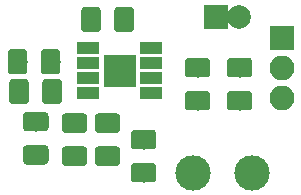
<source format=gbr>
G04 #@! TF.GenerationSoftware,KiCad,Pcbnew,(5.0.0)*
G04 #@! TF.CreationDate,2018-08-05T21:05:08-04:00*
G04 #@! TF.ProjectId,5vStepDown,357653746570446F776E2E6B69636164,rev?*
G04 #@! TF.SameCoordinates,Original*
G04 #@! TF.FileFunction,Soldermask,Top*
G04 #@! TF.FilePolarity,Negative*
%FSLAX46Y46*%
G04 Gerber Fmt 4.6, Leading zero omitted, Abs format (unit mm)*
G04 Created by KiCad (PCBNEW (5.0.0)) date 08/05/18 21:05:08*
%MOMM*%
%LPD*%
G01*
G04 APERTURE LIST*
%ADD10C,2.000000*%
%ADD11R,2.000000X2.000000*%
%ADD12C,3.000000*%
%ADD13C,0.100000*%
%ADD14C,1.650000*%
%ADD15O,2.100000X2.100000*%
%ADD16R,2.100000X2.100000*%
%ADD17R,2.750000X2.750000*%
%ADD18R,1.950000X1.000000*%
G04 APERTURE END LIST*
D10*
G04 #@! TO.C,C1*
X180308000Y-88900000D03*
D11*
X178308000Y-88900000D03*
G04 #@! TD*
D12*
G04 #@! TO.C,10uH-4A1*
X176356000Y-102108000D03*
X181356000Y-102108000D03*
G04 #@! TD*
D13*
G04 #@! TO.C,C2*
G36*
X172989346Y-101284589D02*
X173021380Y-101289341D01*
X173052794Y-101297210D01*
X173083286Y-101308120D01*
X173112561Y-101321966D01*
X173140338Y-101338615D01*
X173166350Y-101357907D01*
X173190345Y-101379655D01*
X173212093Y-101403650D01*
X173231385Y-101429662D01*
X173248034Y-101457439D01*
X173261880Y-101486714D01*
X173272790Y-101517206D01*
X173280659Y-101548620D01*
X173285411Y-101580654D01*
X173287000Y-101613000D01*
X173287000Y-102603000D01*
X173285411Y-102635346D01*
X173280659Y-102667380D01*
X173272790Y-102698794D01*
X173261880Y-102729286D01*
X173248034Y-102758561D01*
X173231385Y-102786338D01*
X173212093Y-102812350D01*
X173190345Y-102836345D01*
X173166350Y-102858093D01*
X173140338Y-102877385D01*
X173112561Y-102894034D01*
X173083286Y-102907880D01*
X173052794Y-102918790D01*
X173021380Y-102926659D01*
X172989346Y-102931411D01*
X172957000Y-102933000D01*
X171467000Y-102933000D01*
X171434654Y-102931411D01*
X171402620Y-102926659D01*
X171371206Y-102918790D01*
X171340714Y-102907880D01*
X171311439Y-102894034D01*
X171283662Y-102877385D01*
X171257650Y-102858093D01*
X171233655Y-102836345D01*
X171211907Y-102812350D01*
X171192615Y-102786338D01*
X171175966Y-102758561D01*
X171162120Y-102729286D01*
X171151210Y-102698794D01*
X171143341Y-102667380D01*
X171138589Y-102635346D01*
X171137000Y-102603000D01*
X171137000Y-101613000D01*
X171138589Y-101580654D01*
X171143341Y-101548620D01*
X171151210Y-101517206D01*
X171162120Y-101486714D01*
X171175966Y-101457439D01*
X171192615Y-101429662D01*
X171211907Y-101403650D01*
X171233655Y-101379655D01*
X171257650Y-101357907D01*
X171283662Y-101338615D01*
X171311439Y-101321966D01*
X171340714Y-101308120D01*
X171371206Y-101297210D01*
X171402620Y-101289341D01*
X171434654Y-101284589D01*
X171467000Y-101283000D01*
X172957000Y-101283000D01*
X172989346Y-101284589D01*
X172989346Y-101284589D01*
G37*
D14*
X172212000Y-102108000D03*
D13*
G36*
X172989346Y-98484589D02*
X173021380Y-98489341D01*
X173052794Y-98497210D01*
X173083286Y-98508120D01*
X173112561Y-98521966D01*
X173140338Y-98538615D01*
X173166350Y-98557907D01*
X173190345Y-98579655D01*
X173212093Y-98603650D01*
X173231385Y-98629662D01*
X173248034Y-98657439D01*
X173261880Y-98686714D01*
X173272790Y-98717206D01*
X173280659Y-98748620D01*
X173285411Y-98780654D01*
X173287000Y-98813000D01*
X173287000Y-99803000D01*
X173285411Y-99835346D01*
X173280659Y-99867380D01*
X173272790Y-99898794D01*
X173261880Y-99929286D01*
X173248034Y-99958561D01*
X173231385Y-99986338D01*
X173212093Y-100012350D01*
X173190345Y-100036345D01*
X173166350Y-100058093D01*
X173140338Y-100077385D01*
X173112561Y-100094034D01*
X173083286Y-100107880D01*
X173052794Y-100118790D01*
X173021380Y-100126659D01*
X172989346Y-100131411D01*
X172957000Y-100133000D01*
X171467000Y-100133000D01*
X171434654Y-100131411D01*
X171402620Y-100126659D01*
X171371206Y-100118790D01*
X171340714Y-100107880D01*
X171311439Y-100094034D01*
X171283662Y-100077385D01*
X171257650Y-100058093D01*
X171233655Y-100036345D01*
X171211907Y-100012350D01*
X171192615Y-99986338D01*
X171175966Y-99958561D01*
X171162120Y-99929286D01*
X171151210Y-99898794D01*
X171143341Y-99867380D01*
X171138589Y-99835346D01*
X171137000Y-99803000D01*
X171137000Y-98813000D01*
X171138589Y-98780654D01*
X171143341Y-98748620D01*
X171151210Y-98717206D01*
X171162120Y-98686714D01*
X171175966Y-98657439D01*
X171192615Y-98629662D01*
X171211907Y-98603650D01*
X171233655Y-98579655D01*
X171257650Y-98557907D01*
X171283662Y-98538615D01*
X171311439Y-98521966D01*
X171340714Y-98508120D01*
X171371206Y-98497210D01*
X171402620Y-98489341D01*
X171434654Y-98484589D01*
X171467000Y-98483000D01*
X172957000Y-98483000D01*
X172989346Y-98484589D01*
X172989346Y-98484589D01*
G37*
D14*
X172212000Y-99308000D03*
G04 #@! TD*
D13*
G04 #@! TO.C,C3*
G36*
X163864132Y-99774207D02*
X163896166Y-99778959D01*
X163927580Y-99786828D01*
X163958072Y-99797738D01*
X163987347Y-99811584D01*
X164015124Y-99828233D01*
X164041136Y-99847525D01*
X164065131Y-99869273D01*
X164086879Y-99893268D01*
X164106171Y-99919280D01*
X164122820Y-99947057D01*
X164136666Y-99976332D01*
X164147576Y-100006824D01*
X164155445Y-100038238D01*
X164160197Y-100070272D01*
X164161786Y-100102618D01*
X164161786Y-101092618D01*
X164160197Y-101124964D01*
X164155445Y-101156998D01*
X164147576Y-101188412D01*
X164136666Y-101218904D01*
X164122820Y-101248179D01*
X164106171Y-101275956D01*
X164086879Y-101301968D01*
X164065131Y-101325963D01*
X164041136Y-101347711D01*
X164015124Y-101367003D01*
X163987347Y-101383652D01*
X163958072Y-101397498D01*
X163927580Y-101408408D01*
X163896166Y-101416277D01*
X163864132Y-101421029D01*
X163831786Y-101422618D01*
X162341786Y-101422618D01*
X162309440Y-101421029D01*
X162277406Y-101416277D01*
X162245992Y-101408408D01*
X162215500Y-101397498D01*
X162186225Y-101383652D01*
X162158448Y-101367003D01*
X162132436Y-101347711D01*
X162108441Y-101325963D01*
X162086693Y-101301968D01*
X162067401Y-101275956D01*
X162050752Y-101248179D01*
X162036906Y-101218904D01*
X162025996Y-101188412D01*
X162018127Y-101156998D01*
X162013375Y-101124964D01*
X162011786Y-101092618D01*
X162011786Y-100102618D01*
X162013375Y-100070272D01*
X162018127Y-100038238D01*
X162025996Y-100006824D01*
X162036906Y-99976332D01*
X162050752Y-99947057D01*
X162067401Y-99919280D01*
X162086693Y-99893268D01*
X162108441Y-99869273D01*
X162132436Y-99847525D01*
X162158448Y-99828233D01*
X162186225Y-99811584D01*
X162215500Y-99797738D01*
X162245992Y-99786828D01*
X162277406Y-99778959D01*
X162309440Y-99774207D01*
X162341786Y-99772618D01*
X163831786Y-99772618D01*
X163864132Y-99774207D01*
X163864132Y-99774207D01*
G37*
D14*
X163086786Y-100597618D03*
D13*
G36*
X163864132Y-96974207D02*
X163896166Y-96978959D01*
X163927580Y-96986828D01*
X163958072Y-96997738D01*
X163987347Y-97011584D01*
X164015124Y-97028233D01*
X164041136Y-97047525D01*
X164065131Y-97069273D01*
X164086879Y-97093268D01*
X164106171Y-97119280D01*
X164122820Y-97147057D01*
X164136666Y-97176332D01*
X164147576Y-97206824D01*
X164155445Y-97238238D01*
X164160197Y-97270272D01*
X164161786Y-97302618D01*
X164161786Y-98292618D01*
X164160197Y-98324964D01*
X164155445Y-98356998D01*
X164147576Y-98388412D01*
X164136666Y-98418904D01*
X164122820Y-98448179D01*
X164106171Y-98475956D01*
X164086879Y-98501968D01*
X164065131Y-98525963D01*
X164041136Y-98547711D01*
X164015124Y-98567003D01*
X163987347Y-98583652D01*
X163958072Y-98597498D01*
X163927580Y-98608408D01*
X163896166Y-98616277D01*
X163864132Y-98621029D01*
X163831786Y-98622618D01*
X162341786Y-98622618D01*
X162309440Y-98621029D01*
X162277406Y-98616277D01*
X162245992Y-98608408D01*
X162215500Y-98597498D01*
X162186225Y-98583652D01*
X162158448Y-98567003D01*
X162132436Y-98547711D01*
X162108441Y-98525963D01*
X162086693Y-98501968D01*
X162067401Y-98475956D01*
X162050752Y-98448179D01*
X162036906Y-98418904D01*
X162025996Y-98388412D01*
X162018127Y-98356998D01*
X162013375Y-98324964D01*
X162011786Y-98292618D01*
X162011786Y-97302618D01*
X162013375Y-97270272D01*
X162018127Y-97238238D01*
X162025996Y-97206824D01*
X162036906Y-97176332D01*
X162050752Y-97147057D01*
X162067401Y-97119280D01*
X162086693Y-97093268D01*
X162108441Y-97069273D01*
X162132436Y-97047525D01*
X162158448Y-97028233D01*
X162186225Y-97011584D01*
X162215500Y-96997738D01*
X162245992Y-96986828D01*
X162277406Y-96978959D01*
X162309440Y-96974207D01*
X162341786Y-96972618D01*
X163831786Y-96972618D01*
X163864132Y-96974207D01*
X163864132Y-96974207D01*
G37*
D14*
X163086786Y-97797618D03*
G04 #@! TD*
D13*
G04 #@! TO.C,C4*
G36*
X162065346Y-91636589D02*
X162097380Y-91641341D01*
X162128794Y-91649210D01*
X162159286Y-91660120D01*
X162188561Y-91673966D01*
X162216338Y-91690615D01*
X162242350Y-91709907D01*
X162266345Y-91731655D01*
X162288093Y-91755650D01*
X162307385Y-91781662D01*
X162324034Y-91809439D01*
X162337880Y-91838714D01*
X162348790Y-91869206D01*
X162356659Y-91900620D01*
X162361411Y-91932654D01*
X162363000Y-91965000D01*
X162363000Y-93455000D01*
X162361411Y-93487346D01*
X162356659Y-93519380D01*
X162348790Y-93550794D01*
X162337880Y-93581286D01*
X162324034Y-93610561D01*
X162307385Y-93638338D01*
X162288093Y-93664350D01*
X162266345Y-93688345D01*
X162242350Y-93710093D01*
X162216338Y-93729385D01*
X162188561Y-93746034D01*
X162159286Y-93759880D01*
X162128794Y-93770790D01*
X162097380Y-93778659D01*
X162065346Y-93783411D01*
X162033000Y-93785000D01*
X161043000Y-93785000D01*
X161010654Y-93783411D01*
X160978620Y-93778659D01*
X160947206Y-93770790D01*
X160916714Y-93759880D01*
X160887439Y-93746034D01*
X160859662Y-93729385D01*
X160833650Y-93710093D01*
X160809655Y-93688345D01*
X160787907Y-93664350D01*
X160768615Y-93638338D01*
X160751966Y-93610561D01*
X160738120Y-93581286D01*
X160727210Y-93550794D01*
X160719341Y-93519380D01*
X160714589Y-93487346D01*
X160713000Y-93455000D01*
X160713000Y-91965000D01*
X160714589Y-91932654D01*
X160719341Y-91900620D01*
X160727210Y-91869206D01*
X160738120Y-91838714D01*
X160751966Y-91809439D01*
X160768615Y-91781662D01*
X160787907Y-91755650D01*
X160809655Y-91731655D01*
X160833650Y-91709907D01*
X160859662Y-91690615D01*
X160887439Y-91673966D01*
X160916714Y-91660120D01*
X160947206Y-91649210D01*
X160978620Y-91641341D01*
X161010654Y-91636589D01*
X161043000Y-91635000D01*
X162033000Y-91635000D01*
X162065346Y-91636589D01*
X162065346Y-91636589D01*
G37*
D14*
X161538000Y-92710000D03*
D13*
G36*
X164865346Y-91636589D02*
X164897380Y-91641341D01*
X164928794Y-91649210D01*
X164959286Y-91660120D01*
X164988561Y-91673966D01*
X165016338Y-91690615D01*
X165042350Y-91709907D01*
X165066345Y-91731655D01*
X165088093Y-91755650D01*
X165107385Y-91781662D01*
X165124034Y-91809439D01*
X165137880Y-91838714D01*
X165148790Y-91869206D01*
X165156659Y-91900620D01*
X165161411Y-91932654D01*
X165163000Y-91965000D01*
X165163000Y-93455000D01*
X165161411Y-93487346D01*
X165156659Y-93519380D01*
X165148790Y-93550794D01*
X165137880Y-93581286D01*
X165124034Y-93610561D01*
X165107385Y-93638338D01*
X165088093Y-93664350D01*
X165066345Y-93688345D01*
X165042350Y-93710093D01*
X165016338Y-93729385D01*
X164988561Y-93746034D01*
X164959286Y-93759880D01*
X164928794Y-93770790D01*
X164897380Y-93778659D01*
X164865346Y-93783411D01*
X164833000Y-93785000D01*
X163843000Y-93785000D01*
X163810654Y-93783411D01*
X163778620Y-93778659D01*
X163747206Y-93770790D01*
X163716714Y-93759880D01*
X163687439Y-93746034D01*
X163659662Y-93729385D01*
X163633650Y-93710093D01*
X163609655Y-93688345D01*
X163587907Y-93664350D01*
X163568615Y-93638338D01*
X163551966Y-93610561D01*
X163538120Y-93581286D01*
X163527210Y-93550794D01*
X163519341Y-93519380D01*
X163514589Y-93487346D01*
X163513000Y-93455000D01*
X163513000Y-91965000D01*
X163514589Y-91932654D01*
X163519341Y-91900620D01*
X163527210Y-91869206D01*
X163538120Y-91838714D01*
X163551966Y-91809439D01*
X163568615Y-91781662D01*
X163587907Y-91755650D01*
X163609655Y-91731655D01*
X163633650Y-91709907D01*
X163659662Y-91690615D01*
X163687439Y-91673966D01*
X163716714Y-91660120D01*
X163747206Y-91649210D01*
X163778620Y-91641341D01*
X163810654Y-91636589D01*
X163843000Y-91635000D01*
X164833000Y-91635000D01*
X164865346Y-91636589D01*
X164865346Y-91636589D01*
G37*
D14*
X164338000Y-92710000D03*
G04 #@! TD*
D13*
G04 #@! TO.C,C5*
G36*
X181117346Y-92388589D02*
X181149380Y-92393341D01*
X181180794Y-92401210D01*
X181211286Y-92412120D01*
X181240561Y-92425966D01*
X181268338Y-92442615D01*
X181294350Y-92461907D01*
X181318345Y-92483655D01*
X181340093Y-92507650D01*
X181359385Y-92533662D01*
X181376034Y-92561439D01*
X181389880Y-92590714D01*
X181400790Y-92621206D01*
X181408659Y-92652620D01*
X181413411Y-92684654D01*
X181415000Y-92717000D01*
X181415000Y-93707000D01*
X181413411Y-93739346D01*
X181408659Y-93771380D01*
X181400790Y-93802794D01*
X181389880Y-93833286D01*
X181376034Y-93862561D01*
X181359385Y-93890338D01*
X181340093Y-93916350D01*
X181318345Y-93940345D01*
X181294350Y-93962093D01*
X181268338Y-93981385D01*
X181240561Y-93998034D01*
X181211286Y-94011880D01*
X181180794Y-94022790D01*
X181149380Y-94030659D01*
X181117346Y-94035411D01*
X181085000Y-94037000D01*
X179595000Y-94037000D01*
X179562654Y-94035411D01*
X179530620Y-94030659D01*
X179499206Y-94022790D01*
X179468714Y-94011880D01*
X179439439Y-93998034D01*
X179411662Y-93981385D01*
X179385650Y-93962093D01*
X179361655Y-93940345D01*
X179339907Y-93916350D01*
X179320615Y-93890338D01*
X179303966Y-93862561D01*
X179290120Y-93833286D01*
X179279210Y-93802794D01*
X179271341Y-93771380D01*
X179266589Y-93739346D01*
X179265000Y-93707000D01*
X179265000Y-92717000D01*
X179266589Y-92684654D01*
X179271341Y-92652620D01*
X179279210Y-92621206D01*
X179290120Y-92590714D01*
X179303966Y-92561439D01*
X179320615Y-92533662D01*
X179339907Y-92507650D01*
X179361655Y-92483655D01*
X179385650Y-92461907D01*
X179411662Y-92442615D01*
X179439439Y-92425966D01*
X179468714Y-92412120D01*
X179499206Y-92401210D01*
X179530620Y-92393341D01*
X179562654Y-92388589D01*
X179595000Y-92387000D01*
X181085000Y-92387000D01*
X181117346Y-92388589D01*
X181117346Y-92388589D01*
G37*
D14*
X180340000Y-93212000D03*
D13*
G36*
X181117346Y-95188589D02*
X181149380Y-95193341D01*
X181180794Y-95201210D01*
X181211286Y-95212120D01*
X181240561Y-95225966D01*
X181268338Y-95242615D01*
X181294350Y-95261907D01*
X181318345Y-95283655D01*
X181340093Y-95307650D01*
X181359385Y-95333662D01*
X181376034Y-95361439D01*
X181389880Y-95390714D01*
X181400790Y-95421206D01*
X181408659Y-95452620D01*
X181413411Y-95484654D01*
X181415000Y-95517000D01*
X181415000Y-96507000D01*
X181413411Y-96539346D01*
X181408659Y-96571380D01*
X181400790Y-96602794D01*
X181389880Y-96633286D01*
X181376034Y-96662561D01*
X181359385Y-96690338D01*
X181340093Y-96716350D01*
X181318345Y-96740345D01*
X181294350Y-96762093D01*
X181268338Y-96781385D01*
X181240561Y-96798034D01*
X181211286Y-96811880D01*
X181180794Y-96822790D01*
X181149380Y-96830659D01*
X181117346Y-96835411D01*
X181085000Y-96837000D01*
X179595000Y-96837000D01*
X179562654Y-96835411D01*
X179530620Y-96830659D01*
X179499206Y-96822790D01*
X179468714Y-96811880D01*
X179439439Y-96798034D01*
X179411662Y-96781385D01*
X179385650Y-96762093D01*
X179361655Y-96740345D01*
X179339907Y-96716350D01*
X179320615Y-96690338D01*
X179303966Y-96662561D01*
X179290120Y-96633286D01*
X179279210Y-96602794D01*
X179271341Y-96571380D01*
X179266589Y-96539346D01*
X179265000Y-96507000D01*
X179265000Y-95517000D01*
X179266589Y-95484654D01*
X179271341Y-95452620D01*
X179279210Y-95421206D01*
X179290120Y-95390714D01*
X179303966Y-95361439D01*
X179320615Y-95333662D01*
X179339907Y-95307650D01*
X179361655Y-95283655D01*
X179385650Y-95261907D01*
X179411662Y-95242615D01*
X179439439Y-95225966D01*
X179468714Y-95212120D01*
X179499206Y-95201210D01*
X179530620Y-95193341D01*
X179562654Y-95188589D01*
X179595000Y-95187000D01*
X181085000Y-95187000D01*
X181117346Y-95188589D01*
X181117346Y-95188589D01*
G37*
D14*
X180340000Y-96012000D03*
G04 #@! TD*
D13*
G04 #@! TO.C,C6*
G36*
X177561346Y-92394589D02*
X177593380Y-92399341D01*
X177624794Y-92407210D01*
X177655286Y-92418120D01*
X177684561Y-92431966D01*
X177712338Y-92448615D01*
X177738350Y-92467907D01*
X177762345Y-92489655D01*
X177784093Y-92513650D01*
X177803385Y-92539662D01*
X177820034Y-92567439D01*
X177833880Y-92596714D01*
X177844790Y-92627206D01*
X177852659Y-92658620D01*
X177857411Y-92690654D01*
X177859000Y-92723000D01*
X177859000Y-93713000D01*
X177857411Y-93745346D01*
X177852659Y-93777380D01*
X177844790Y-93808794D01*
X177833880Y-93839286D01*
X177820034Y-93868561D01*
X177803385Y-93896338D01*
X177784093Y-93922350D01*
X177762345Y-93946345D01*
X177738350Y-93968093D01*
X177712338Y-93987385D01*
X177684561Y-94004034D01*
X177655286Y-94017880D01*
X177624794Y-94028790D01*
X177593380Y-94036659D01*
X177561346Y-94041411D01*
X177529000Y-94043000D01*
X176039000Y-94043000D01*
X176006654Y-94041411D01*
X175974620Y-94036659D01*
X175943206Y-94028790D01*
X175912714Y-94017880D01*
X175883439Y-94004034D01*
X175855662Y-93987385D01*
X175829650Y-93968093D01*
X175805655Y-93946345D01*
X175783907Y-93922350D01*
X175764615Y-93896338D01*
X175747966Y-93868561D01*
X175734120Y-93839286D01*
X175723210Y-93808794D01*
X175715341Y-93777380D01*
X175710589Y-93745346D01*
X175709000Y-93713000D01*
X175709000Y-92723000D01*
X175710589Y-92690654D01*
X175715341Y-92658620D01*
X175723210Y-92627206D01*
X175734120Y-92596714D01*
X175747966Y-92567439D01*
X175764615Y-92539662D01*
X175783907Y-92513650D01*
X175805655Y-92489655D01*
X175829650Y-92467907D01*
X175855662Y-92448615D01*
X175883439Y-92431966D01*
X175912714Y-92418120D01*
X175943206Y-92407210D01*
X175974620Y-92399341D01*
X176006654Y-92394589D01*
X176039000Y-92393000D01*
X177529000Y-92393000D01*
X177561346Y-92394589D01*
X177561346Y-92394589D01*
G37*
D14*
X176784000Y-93218000D03*
D13*
G36*
X177561346Y-95194589D02*
X177593380Y-95199341D01*
X177624794Y-95207210D01*
X177655286Y-95218120D01*
X177684561Y-95231966D01*
X177712338Y-95248615D01*
X177738350Y-95267907D01*
X177762345Y-95289655D01*
X177784093Y-95313650D01*
X177803385Y-95339662D01*
X177820034Y-95367439D01*
X177833880Y-95396714D01*
X177844790Y-95427206D01*
X177852659Y-95458620D01*
X177857411Y-95490654D01*
X177859000Y-95523000D01*
X177859000Y-96513000D01*
X177857411Y-96545346D01*
X177852659Y-96577380D01*
X177844790Y-96608794D01*
X177833880Y-96639286D01*
X177820034Y-96668561D01*
X177803385Y-96696338D01*
X177784093Y-96722350D01*
X177762345Y-96746345D01*
X177738350Y-96768093D01*
X177712338Y-96787385D01*
X177684561Y-96804034D01*
X177655286Y-96817880D01*
X177624794Y-96828790D01*
X177593380Y-96836659D01*
X177561346Y-96841411D01*
X177529000Y-96843000D01*
X176039000Y-96843000D01*
X176006654Y-96841411D01*
X175974620Y-96836659D01*
X175943206Y-96828790D01*
X175912714Y-96817880D01*
X175883439Y-96804034D01*
X175855662Y-96787385D01*
X175829650Y-96768093D01*
X175805655Y-96746345D01*
X175783907Y-96722350D01*
X175764615Y-96696338D01*
X175747966Y-96668561D01*
X175734120Y-96639286D01*
X175723210Y-96608794D01*
X175715341Y-96577380D01*
X175710589Y-96545346D01*
X175709000Y-96513000D01*
X175709000Y-95523000D01*
X175710589Y-95490654D01*
X175715341Y-95458620D01*
X175723210Y-95427206D01*
X175734120Y-95396714D01*
X175747966Y-95367439D01*
X175764615Y-95339662D01*
X175783907Y-95313650D01*
X175805655Y-95289655D01*
X175829650Y-95267907D01*
X175855662Y-95248615D01*
X175883439Y-95231966D01*
X175912714Y-95218120D01*
X175943206Y-95207210D01*
X175974620Y-95199341D01*
X176006654Y-95194589D01*
X176039000Y-95193000D01*
X177529000Y-95193000D01*
X177561346Y-95194589D01*
X177561346Y-95194589D01*
G37*
D14*
X176784000Y-96018000D03*
G04 #@! TD*
D15*
G04 #@! TO.C,J1*
X183896000Y-95758000D03*
X183896000Y-93218000D03*
D16*
X183896000Y-90678000D03*
G04 #@! TD*
D13*
G04 #@! TO.C,R1*
G36*
X171091346Y-88080589D02*
X171123380Y-88085341D01*
X171154794Y-88093210D01*
X171185286Y-88104120D01*
X171214561Y-88117966D01*
X171242338Y-88134615D01*
X171268350Y-88153907D01*
X171292345Y-88175655D01*
X171314093Y-88199650D01*
X171333385Y-88225662D01*
X171350034Y-88253439D01*
X171363880Y-88282714D01*
X171374790Y-88313206D01*
X171382659Y-88344620D01*
X171387411Y-88376654D01*
X171389000Y-88409000D01*
X171389000Y-89899000D01*
X171387411Y-89931346D01*
X171382659Y-89963380D01*
X171374790Y-89994794D01*
X171363880Y-90025286D01*
X171350034Y-90054561D01*
X171333385Y-90082338D01*
X171314093Y-90108350D01*
X171292345Y-90132345D01*
X171268350Y-90154093D01*
X171242338Y-90173385D01*
X171214561Y-90190034D01*
X171185286Y-90203880D01*
X171154794Y-90214790D01*
X171123380Y-90222659D01*
X171091346Y-90227411D01*
X171059000Y-90229000D01*
X170069000Y-90229000D01*
X170036654Y-90227411D01*
X170004620Y-90222659D01*
X169973206Y-90214790D01*
X169942714Y-90203880D01*
X169913439Y-90190034D01*
X169885662Y-90173385D01*
X169859650Y-90154093D01*
X169835655Y-90132345D01*
X169813907Y-90108350D01*
X169794615Y-90082338D01*
X169777966Y-90054561D01*
X169764120Y-90025286D01*
X169753210Y-89994794D01*
X169745341Y-89963380D01*
X169740589Y-89931346D01*
X169739000Y-89899000D01*
X169739000Y-88409000D01*
X169740589Y-88376654D01*
X169745341Y-88344620D01*
X169753210Y-88313206D01*
X169764120Y-88282714D01*
X169777966Y-88253439D01*
X169794615Y-88225662D01*
X169813907Y-88199650D01*
X169835655Y-88175655D01*
X169859650Y-88153907D01*
X169885662Y-88134615D01*
X169913439Y-88117966D01*
X169942714Y-88104120D01*
X169973206Y-88093210D01*
X170004620Y-88085341D01*
X170036654Y-88080589D01*
X170069000Y-88079000D01*
X171059000Y-88079000D01*
X171091346Y-88080589D01*
X171091346Y-88080589D01*
G37*
D14*
X170564000Y-89154000D03*
D13*
G36*
X168291346Y-88080589D02*
X168323380Y-88085341D01*
X168354794Y-88093210D01*
X168385286Y-88104120D01*
X168414561Y-88117966D01*
X168442338Y-88134615D01*
X168468350Y-88153907D01*
X168492345Y-88175655D01*
X168514093Y-88199650D01*
X168533385Y-88225662D01*
X168550034Y-88253439D01*
X168563880Y-88282714D01*
X168574790Y-88313206D01*
X168582659Y-88344620D01*
X168587411Y-88376654D01*
X168589000Y-88409000D01*
X168589000Y-89899000D01*
X168587411Y-89931346D01*
X168582659Y-89963380D01*
X168574790Y-89994794D01*
X168563880Y-90025286D01*
X168550034Y-90054561D01*
X168533385Y-90082338D01*
X168514093Y-90108350D01*
X168492345Y-90132345D01*
X168468350Y-90154093D01*
X168442338Y-90173385D01*
X168414561Y-90190034D01*
X168385286Y-90203880D01*
X168354794Y-90214790D01*
X168323380Y-90222659D01*
X168291346Y-90227411D01*
X168259000Y-90229000D01*
X167269000Y-90229000D01*
X167236654Y-90227411D01*
X167204620Y-90222659D01*
X167173206Y-90214790D01*
X167142714Y-90203880D01*
X167113439Y-90190034D01*
X167085662Y-90173385D01*
X167059650Y-90154093D01*
X167035655Y-90132345D01*
X167013907Y-90108350D01*
X166994615Y-90082338D01*
X166977966Y-90054561D01*
X166964120Y-90025286D01*
X166953210Y-89994794D01*
X166945341Y-89963380D01*
X166940589Y-89931346D01*
X166939000Y-89899000D01*
X166939000Y-88409000D01*
X166940589Y-88376654D01*
X166945341Y-88344620D01*
X166953210Y-88313206D01*
X166964120Y-88282714D01*
X166977966Y-88253439D01*
X166994615Y-88225662D01*
X167013907Y-88199650D01*
X167035655Y-88175655D01*
X167059650Y-88153907D01*
X167085662Y-88134615D01*
X167113439Y-88117966D01*
X167142714Y-88104120D01*
X167173206Y-88093210D01*
X167204620Y-88085341D01*
X167236654Y-88080589D01*
X167269000Y-88079000D01*
X168259000Y-88079000D01*
X168291346Y-88080589D01*
X168291346Y-88080589D01*
G37*
D14*
X167764000Y-89154000D03*
G04 #@! TD*
D13*
G04 #@! TO.C,R2*
G36*
X164995346Y-94176589D02*
X165027380Y-94181341D01*
X165058794Y-94189210D01*
X165089286Y-94200120D01*
X165118561Y-94213966D01*
X165146338Y-94230615D01*
X165172350Y-94249907D01*
X165196345Y-94271655D01*
X165218093Y-94295650D01*
X165237385Y-94321662D01*
X165254034Y-94349439D01*
X165267880Y-94378714D01*
X165278790Y-94409206D01*
X165286659Y-94440620D01*
X165291411Y-94472654D01*
X165293000Y-94505000D01*
X165293000Y-95995000D01*
X165291411Y-96027346D01*
X165286659Y-96059380D01*
X165278790Y-96090794D01*
X165267880Y-96121286D01*
X165254034Y-96150561D01*
X165237385Y-96178338D01*
X165218093Y-96204350D01*
X165196345Y-96228345D01*
X165172350Y-96250093D01*
X165146338Y-96269385D01*
X165118561Y-96286034D01*
X165089286Y-96299880D01*
X165058794Y-96310790D01*
X165027380Y-96318659D01*
X164995346Y-96323411D01*
X164963000Y-96325000D01*
X163973000Y-96325000D01*
X163940654Y-96323411D01*
X163908620Y-96318659D01*
X163877206Y-96310790D01*
X163846714Y-96299880D01*
X163817439Y-96286034D01*
X163789662Y-96269385D01*
X163763650Y-96250093D01*
X163739655Y-96228345D01*
X163717907Y-96204350D01*
X163698615Y-96178338D01*
X163681966Y-96150561D01*
X163668120Y-96121286D01*
X163657210Y-96090794D01*
X163649341Y-96059380D01*
X163644589Y-96027346D01*
X163643000Y-95995000D01*
X163643000Y-94505000D01*
X163644589Y-94472654D01*
X163649341Y-94440620D01*
X163657210Y-94409206D01*
X163668120Y-94378714D01*
X163681966Y-94349439D01*
X163698615Y-94321662D01*
X163717907Y-94295650D01*
X163739655Y-94271655D01*
X163763650Y-94249907D01*
X163789662Y-94230615D01*
X163817439Y-94213966D01*
X163846714Y-94200120D01*
X163877206Y-94189210D01*
X163908620Y-94181341D01*
X163940654Y-94176589D01*
X163973000Y-94175000D01*
X164963000Y-94175000D01*
X164995346Y-94176589D01*
X164995346Y-94176589D01*
G37*
D14*
X164468000Y-95250000D03*
D13*
G36*
X162195346Y-94176589D02*
X162227380Y-94181341D01*
X162258794Y-94189210D01*
X162289286Y-94200120D01*
X162318561Y-94213966D01*
X162346338Y-94230615D01*
X162372350Y-94249907D01*
X162396345Y-94271655D01*
X162418093Y-94295650D01*
X162437385Y-94321662D01*
X162454034Y-94349439D01*
X162467880Y-94378714D01*
X162478790Y-94409206D01*
X162486659Y-94440620D01*
X162491411Y-94472654D01*
X162493000Y-94505000D01*
X162493000Y-95995000D01*
X162491411Y-96027346D01*
X162486659Y-96059380D01*
X162478790Y-96090794D01*
X162467880Y-96121286D01*
X162454034Y-96150561D01*
X162437385Y-96178338D01*
X162418093Y-96204350D01*
X162396345Y-96228345D01*
X162372350Y-96250093D01*
X162346338Y-96269385D01*
X162318561Y-96286034D01*
X162289286Y-96299880D01*
X162258794Y-96310790D01*
X162227380Y-96318659D01*
X162195346Y-96323411D01*
X162163000Y-96325000D01*
X161173000Y-96325000D01*
X161140654Y-96323411D01*
X161108620Y-96318659D01*
X161077206Y-96310790D01*
X161046714Y-96299880D01*
X161017439Y-96286034D01*
X160989662Y-96269385D01*
X160963650Y-96250093D01*
X160939655Y-96228345D01*
X160917907Y-96204350D01*
X160898615Y-96178338D01*
X160881966Y-96150561D01*
X160868120Y-96121286D01*
X160857210Y-96090794D01*
X160849341Y-96059380D01*
X160844589Y-96027346D01*
X160843000Y-95995000D01*
X160843000Y-94505000D01*
X160844589Y-94472654D01*
X160849341Y-94440620D01*
X160857210Y-94409206D01*
X160868120Y-94378714D01*
X160881966Y-94349439D01*
X160898615Y-94321662D01*
X160917907Y-94295650D01*
X160939655Y-94271655D01*
X160963650Y-94249907D01*
X160989662Y-94230615D01*
X161017439Y-94213966D01*
X161046714Y-94200120D01*
X161077206Y-94189210D01*
X161108620Y-94181341D01*
X161140654Y-94176589D01*
X161173000Y-94175000D01*
X162163000Y-94175000D01*
X162195346Y-94176589D01*
X162195346Y-94176589D01*
G37*
D14*
X161668000Y-95250000D03*
G04 #@! TD*
D13*
G04 #@! TO.C,R3*
G36*
X167147346Y-99890589D02*
X167179380Y-99895341D01*
X167210794Y-99903210D01*
X167241286Y-99914120D01*
X167270561Y-99927966D01*
X167298338Y-99944615D01*
X167324350Y-99963907D01*
X167348345Y-99985655D01*
X167370093Y-100009650D01*
X167389385Y-100035662D01*
X167406034Y-100063439D01*
X167419880Y-100092714D01*
X167430790Y-100123206D01*
X167438659Y-100154620D01*
X167443411Y-100186654D01*
X167445000Y-100219000D01*
X167445000Y-101209000D01*
X167443411Y-101241346D01*
X167438659Y-101273380D01*
X167430790Y-101304794D01*
X167419880Y-101335286D01*
X167406034Y-101364561D01*
X167389385Y-101392338D01*
X167370093Y-101418350D01*
X167348345Y-101442345D01*
X167324350Y-101464093D01*
X167298338Y-101483385D01*
X167270561Y-101500034D01*
X167241286Y-101513880D01*
X167210794Y-101524790D01*
X167179380Y-101532659D01*
X167147346Y-101537411D01*
X167115000Y-101539000D01*
X165625000Y-101539000D01*
X165592654Y-101537411D01*
X165560620Y-101532659D01*
X165529206Y-101524790D01*
X165498714Y-101513880D01*
X165469439Y-101500034D01*
X165441662Y-101483385D01*
X165415650Y-101464093D01*
X165391655Y-101442345D01*
X165369907Y-101418350D01*
X165350615Y-101392338D01*
X165333966Y-101364561D01*
X165320120Y-101335286D01*
X165309210Y-101304794D01*
X165301341Y-101273380D01*
X165296589Y-101241346D01*
X165295000Y-101209000D01*
X165295000Y-100219000D01*
X165296589Y-100186654D01*
X165301341Y-100154620D01*
X165309210Y-100123206D01*
X165320120Y-100092714D01*
X165333966Y-100063439D01*
X165350615Y-100035662D01*
X165369907Y-100009650D01*
X165391655Y-99985655D01*
X165415650Y-99963907D01*
X165441662Y-99944615D01*
X165469439Y-99927966D01*
X165498714Y-99914120D01*
X165529206Y-99903210D01*
X165560620Y-99895341D01*
X165592654Y-99890589D01*
X165625000Y-99889000D01*
X167115000Y-99889000D01*
X167147346Y-99890589D01*
X167147346Y-99890589D01*
G37*
D14*
X166370000Y-100714000D03*
D13*
G36*
X167147346Y-97090589D02*
X167179380Y-97095341D01*
X167210794Y-97103210D01*
X167241286Y-97114120D01*
X167270561Y-97127966D01*
X167298338Y-97144615D01*
X167324350Y-97163907D01*
X167348345Y-97185655D01*
X167370093Y-97209650D01*
X167389385Y-97235662D01*
X167406034Y-97263439D01*
X167419880Y-97292714D01*
X167430790Y-97323206D01*
X167438659Y-97354620D01*
X167443411Y-97386654D01*
X167445000Y-97419000D01*
X167445000Y-98409000D01*
X167443411Y-98441346D01*
X167438659Y-98473380D01*
X167430790Y-98504794D01*
X167419880Y-98535286D01*
X167406034Y-98564561D01*
X167389385Y-98592338D01*
X167370093Y-98618350D01*
X167348345Y-98642345D01*
X167324350Y-98664093D01*
X167298338Y-98683385D01*
X167270561Y-98700034D01*
X167241286Y-98713880D01*
X167210794Y-98724790D01*
X167179380Y-98732659D01*
X167147346Y-98737411D01*
X167115000Y-98739000D01*
X165625000Y-98739000D01*
X165592654Y-98737411D01*
X165560620Y-98732659D01*
X165529206Y-98724790D01*
X165498714Y-98713880D01*
X165469439Y-98700034D01*
X165441662Y-98683385D01*
X165415650Y-98664093D01*
X165391655Y-98642345D01*
X165369907Y-98618350D01*
X165350615Y-98592338D01*
X165333966Y-98564561D01*
X165320120Y-98535286D01*
X165309210Y-98504794D01*
X165301341Y-98473380D01*
X165296589Y-98441346D01*
X165295000Y-98409000D01*
X165295000Y-97419000D01*
X165296589Y-97386654D01*
X165301341Y-97354620D01*
X165309210Y-97323206D01*
X165320120Y-97292714D01*
X165333966Y-97263439D01*
X165350615Y-97235662D01*
X165369907Y-97209650D01*
X165391655Y-97185655D01*
X165415650Y-97163907D01*
X165441662Y-97144615D01*
X165469439Y-97127966D01*
X165498714Y-97114120D01*
X165529206Y-97103210D01*
X165560620Y-97095341D01*
X165592654Y-97090589D01*
X165625000Y-97089000D01*
X167115000Y-97089000D01*
X167147346Y-97090589D01*
X167147346Y-97090589D01*
G37*
D14*
X166370000Y-97914000D03*
G04 #@! TD*
D13*
G04 #@! TO.C,R4*
G36*
X169941346Y-99890589D02*
X169973380Y-99895341D01*
X170004794Y-99903210D01*
X170035286Y-99914120D01*
X170064561Y-99927966D01*
X170092338Y-99944615D01*
X170118350Y-99963907D01*
X170142345Y-99985655D01*
X170164093Y-100009650D01*
X170183385Y-100035662D01*
X170200034Y-100063439D01*
X170213880Y-100092714D01*
X170224790Y-100123206D01*
X170232659Y-100154620D01*
X170237411Y-100186654D01*
X170239000Y-100219000D01*
X170239000Y-101209000D01*
X170237411Y-101241346D01*
X170232659Y-101273380D01*
X170224790Y-101304794D01*
X170213880Y-101335286D01*
X170200034Y-101364561D01*
X170183385Y-101392338D01*
X170164093Y-101418350D01*
X170142345Y-101442345D01*
X170118350Y-101464093D01*
X170092338Y-101483385D01*
X170064561Y-101500034D01*
X170035286Y-101513880D01*
X170004794Y-101524790D01*
X169973380Y-101532659D01*
X169941346Y-101537411D01*
X169909000Y-101539000D01*
X168419000Y-101539000D01*
X168386654Y-101537411D01*
X168354620Y-101532659D01*
X168323206Y-101524790D01*
X168292714Y-101513880D01*
X168263439Y-101500034D01*
X168235662Y-101483385D01*
X168209650Y-101464093D01*
X168185655Y-101442345D01*
X168163907Y-101418350D01*
X168144615Y-101392338D01*
X168127966Y-101364561D01*
X168114120Y-101335286D01*
X168103210Y-101304794D01*
X168095341Y-101273380D01*
X168090589Y-101241346D01*
X168089000Y-101209000D01*
X168089000Y-100219000D01*
X168090589Y-100186654D01*
X168095341Y-100154620D01*
X168103210Y-100123206D01*
X168114120Y-100092714D01*
X168127966Y-100063439D01*
X168144615Y-100035662D01*
X168163907Y-100009650D01*
X168185655Y-99985655D01*
X168209650Y-99963907D01*
X168235662Y-99944615D01*
X168263439Y-99927966D01*
X168292714Y-99914120D01*
X168323206Y-99903210D01*
X168354620Y-99895341D01*
X168386654Y-99890589D01*
X168419000Y-99889000D01*
X169909000Y-99889000D01*
X169941346Y-99890589D01*
X169941346Y-99890589D01*
G37*
D14*
X169164000Y-100714000D03*
D13*
G36*
X169941346Y-97090589D02*
X169973380Y-97095341D01*
X170004794Y-97103210D01*
X170035286Y-97114120D01*
X170064561Y-97127966D01*
X170092338Y-97144615D01*
X170118350Y-97163907D01*
X170142345Y-97185655D01*
X170164093Y-97209650D01*
X170183385Y-97235662D01*
X170200034Y-97263439D01*
X170213880Y-97292714D01*
X170224790Y-97323206D01*
X170232659Y-97354620D01*
X170237411Y-97386654D01*
X170239000Y-97419000D01*
X170239000Y-98409000D01*
X170237411Y-98441346D01*
X170232659Y-98473380D01*
X170224790Y-98504794D01*
X170213880Y-98535286D01*
X170200034Y-98564561D01*
X170183385Y-98592338D01*
X170164093Y-98618350D01*
X170142345Y-98642345D01*
X170118350Y-98664093D01*
X170092338Y-98683385D01*
X170064561Y-98700034D01*
X170035286Y-98713880D01*
X170004794Y-98724790D01*
X169973380Y-98732659D01*
X169941346Y-98737411D01*
X169909000Y-98739000D01*
X168419000Y-98739000D01*
X168386654Y-98737411D01*
X168354620Y-98732659D01*
X168323206Y-98724790D01*
X168292714Y-98713880D01*
X168263439Y-98700034D01*
X168235662Y-98683385D01*
X168209650Y-98664093D01*
X168185655Y-98642345D01*
X168163907Y-98618350D01*
X168144615Y-98592338D01*
X168127966Y-98564561D01*
X168114120Y-98535286D01*
X168103210Y-98504794D01*
X168095341Y-98473380D01*
X168090589Y-98441346D01*
X168089000Y-98409000D01*
X168089000Y-97419000D01*
X168090589Y-97386654D01*
X168095341Y-97354620D01*
X168103210Y-97323206D01*
X168114120Y-97292714D01*
X168127966Y-97263439D01*
X168144615Y-97235662D01*
X168163907Y-97209650D01*
X168185655Y-97185655D01*
X168209650Y-97163907D01*
X168235662Y-97144615D01*
X168263439Y-97127966D01*
X168292714Y-97114120D01*
X168323206Y-97103210D01*
X168354620Y-97095341D01*
X168386654Y-97090589D01*
X168419000Y-97089000D01*
X169909000Y-97089000D01*
X169941346Y-97090589D01*
X169941346Y-97090589D01*
G37*
D14*
X169164000Y-97914000D03*
G04 #@! TD*
D17*
G04 #@! TO.C,U1*
X170180000Y-93472000D03*
D18*
X167480000Y-95377000D03*
X167480000Y-94107000D03*
X167480000Y-92837000D03*
X167480000Y-91567000D03*
X172880000Y-91567000D03*
X172880000Y-92837000D03*
X172880000Y-94107000D03*
X172880000Y-95377000D03*
G04 #@! TD*
M02*

</source>
